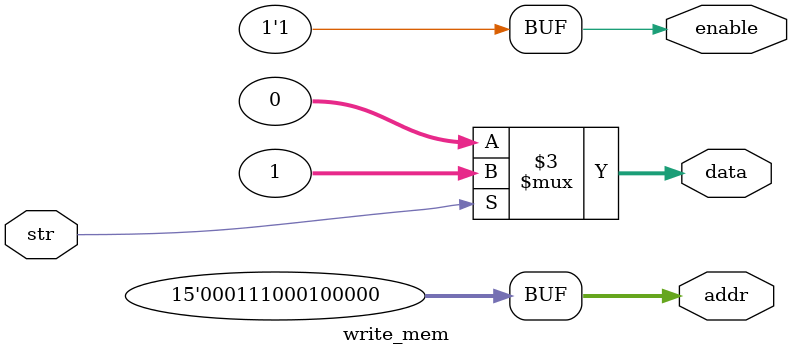
<source format=sv>
module write_mem(input str,
                output enable,
                output[14:0] addr,
                output[31:0] data);

always @(str) begin

    if(str) begin

        enable = 1'b1;
        addr = 14'd20000;
        data = 31'd1;

        end
        else begin
        enable = 1'b1;
        addr = 14'd20000;
        data = 31'd0;
        end


    
end



endmodule 
</source>
